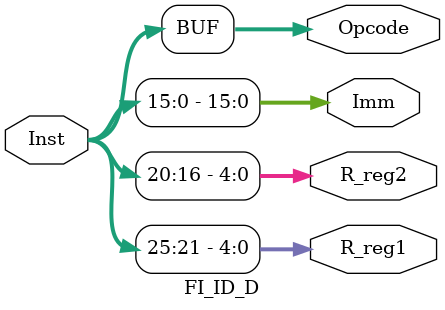
<source format=v>
`timescale 1ns / 1ps


module FI_ID_D(Inst,R_reg1,R_reg2,Imm,Opcode);
    input[31:0] Inst;
    output[4:0] R_reg1;
    output[4:0] R_reg2;
    output[15:0] Imm;
    output[31:0] Opcode;
    assign R_reg1 = Inst[25:21];
    assign R_reg2 = Inst[20:16];
    assign Imm = Inst[15:0];
    assign Opcode = Inst[31:0];
endmodule

</source>
